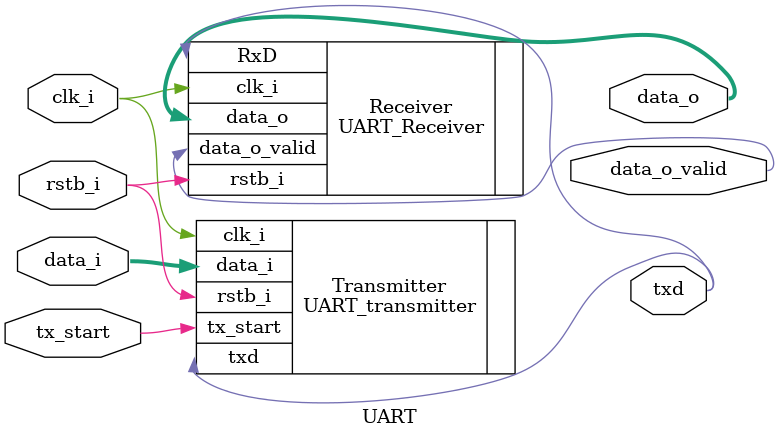
<source format=v>
`timescale 1ns / 1ps

module UART(
        input  clk_i,
        input  rstb_i,
        input  [7:0]data_i,
        input  tx_start,
        output  txd,
        output  [7:0]data_o,
        output data_o_valid
    );
    
    //wire  Rxd;
        
    UART_transmitter Transmitter(    
        .clk_i             (clk_i),        
        .rstb_i            (rstb_i),
        .tx_start           (tx_start),
        .data_i             (data_i),
        .txd                (txd)
        );
   
    UART_Receiver Receiver(
        .clk_i             (clk_i),       
        .rstb_i            (rstb_i),
        .RxD               (txd),
        .data_o            (data_o),
        .data_o_valid          (data_o_valid)
        );
        
endmodule

</source>
